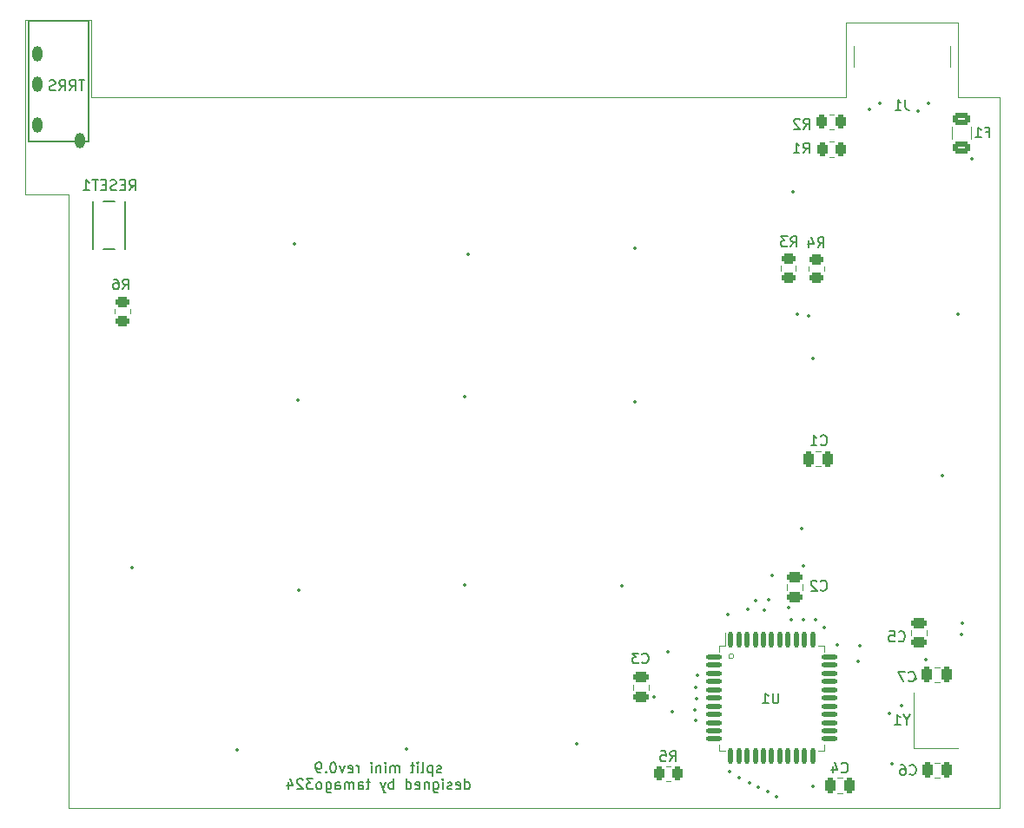
<source format=gbr>
%TF.GenerationSoftware,KiCad,Pcbnew,(6.0.6)*%
%TF.CreationDate,2022-12-14T08:05:18+09:00*%
%TF.ProjectId,split-mini__right,73706c69-742d-46d6-996e-695f5f726967,rev?*%
%TF.SameCoordinates,Original*%
%TF.FileFunction,Legend,Bot*%
%TF.FilePolarity,Positive*%
%FSLAX46Y46*%
G04 Gerber Fmt 4.6, Leading zero omitted, Abs format (unit mm)*
G04 Created by KiCad (PCBNEW (6.0.6)) date 2022-12-14 08:05:18*
%MOMM*%
%LPD*%
G01*
G04 APERTURE LIST*
G04 Aperture macros list*
%AMRoundRect*
0 Rectangle with rounded corners*
0 $1 Rounding radius*
0 $2 $3 $4 $5 $6 $7 $8 $9 X,Y pos of 4 corners*
0 Add a 4 corners polygon primitive as box body*
4,1,4,$2,$3,$4,$5,$6,$7,$8,$9,$2,$3,0*
0 Add four circle primitives for the rounded corners*
1,1,$1+$1,$2,$3*
1,1,$1+$1,$4,$5*
1,1,$1+$1,$6,$7*
1,1,$1+$1,$8,$9*
0 Add four rect primitives between the rounded corners*
20,1,$1+$1,$2,$3,$4,$5,0*
20,1,$1+$1,$4,$5,$6,$7,0*
20,1,$1+$1,$6,$7,$8,$9,0*
20,1,$1+$1,$8,$9,$2,$3,0*%
G04 Aperture macros list end*
%ADD10C,0.100000*%
%TA.AperFunction,Profile*%
%ADD11C,0.100000*%
%TD*%
%ADD12C,0.200000*%
%ADD13C,0.150000*%
%ADD14C,0.120000*%
%ADD15C,0.350000*%
%ADD16O,0.600000X1.400000*%
%ADD17O,0.600000X1.700000*%
%ADD18O,1.000000X1.500000*%
%ADD19C,1.900000*%
%ADD20C,4.100000*%
%ADD21C,3.000000*%
%ADD22R,2.550000X2.500000*%
%ADD23C,0.650000*%
%ADD24R,0.580000X1.400000*%
%ADD25R,0.280000X1.400000*%
%ADD26O,1.000000X1.800000*%
%ADD27O,1.000000X2.100000*%
%ADD28RoundRect,0.137500X-0.137500X0.600000X-0.137500X-0.600000X0.137500X-0.600000X0.137500X0.600000X0*%
%ADD29RoundRect,0.137500X-0.600000X0.137500X-0.600000X-0.137500X0.600000X-0.137500X0.600000X0.137500X0*%
%ADD30RoundRect,0.250000X-0.625000X0.375000X-0.625000X-0.375000X0.625000X-0.375000X0.625000X0.375000X0*%
%ADD31RoundRect,0.250000X0.262500X0.450000X-0.262500X0.450000X-0.262500X-0.450000X0.262500X-0.450000X0*%
%ADD32RoundRect,0.250000X-0.475000X0.250000X-0.475000X-0.250000X0.475000X-0.250000X0.475000X0.250000X0*%
%ADD33C,1.200000*%
%ADD34RoundRect,0.250000X0.250000X0.475000X-0.250000X0.475000X-0.250000X-0.475000X0.250000X-0.475000X0*%
%ADD35R,0.650000X1.050000*%
%ADD36R,1.800000X2.100000*%
%ADD37RoundRect,0.250000X-0.250000X-0.475000X0.250000X-0.475000X0.250000X0.475000X-0.250000X0.475000X0*%
%ADD38RoundRect,0.250000X0.450000X-0.262500X0.450000X0.262500X-0.450000X0.262500X-0.450000X-0.262500X0*%
%ADD39RoundRect,0.250000X-0.450000X0.262500X-0.450000X-0.262500X0.450000X-0.262500X0.450000X0.262500X0*%
G04 APERTURE END LIST*
D10*
X88696982Y-80950000D02*
G75*
G03*
X88696982Y-80950000I-246982J0D01*
G01*
D11*
X26100000Y-26400000D02*
X26100000Y-18900000D01*
X19600000Y-18900000D02*
X19600000Y-35900000D01*
X23825000Y-95725000D02*
X114600000Y-95725000D01*
X114600000Y-26400000D02*
X110600000Y-26400000D01*
X99600000Y-19100000D02*
X99600000Y-26400000D01*
X23825000Y-35900000D02*
X19600000Y-35900000D01*
X23825000Y-35900000D02*
X23825000Y-95725000D01*
X110600000Y-19100000D02*
X99600000Y-19100000D01*
X26100000Y-18900000D02*
X19600000Y-18900000D01*
X114600000Y-95725000D02*
X114600000Y-26400000D01*
X99600000Y-26400000D02*
X26100000Y-26400000D01*
X110600000Y-26400000D02*
X110600000Y-19100000D01*
D12*
X60179047Y-92249761D02*
X60083809Y-92297380D01*
X59893333Y-92297380D01*
X59798095Y-92249761D01*
X59750476Y-92154523D01*
X59750476Y-92106904D01*
X59798095Y-92011666D01*
X59893333Y-91964047D01*
X60036190Y-91964047D01*
X60131428Y-91916428D01*
X60179047Y-91821190D01*
X60179047Y-91773571D01*
X60131428Y-91678333D01*
X60036190Y-91630714D01*
X59893333Y-91630714D01*
X59798095Y-91678333D01*
X59321904Y-91630714D02*
X59321904Y-92630714D01*
X59321904Y-91678333D02*
X59226666Y-91630714D01*
X59036190Y-91630714D01*
X58940952Y-91678333D01*
X58893333Y-91725952D01*
X58845714Y-91821190D01*
X58845714Y-92106904D01*
X58893333Y-92202142D01*
X58940952Y-92249761D01*
X59036190Y-92297380D01*
X59226666Y-92297380D01*
X59321904Y-92249761D01*
X58274285Y-92297380D02*
X58369523Y-92249761D01*
X58417142Y-92154523D01*
X58417142Y-91297380D01*
X57893333Y-92297380D02*
X57893333Y-91630714D01*
X57893333Y-91297380D02*
X57940952Y-91345000D01*
X57893333Y-91392619D01*
X57845714Y-91345000D01*
X57893333Y-91297380D01*
X57893333Y-91392619D01*
X57560000Y-91630714D02*
X57179047Y-91630714D01*
X57417142Y-91297380D02*
X57417142Y-92154523D01*
X57369523Y-92249761D01*
X57274285Y-92297380D01*
X57179047Y-92297380D01*
X56083809Y-92297380D02*
X56083809Y-91630714D01*
X56083809Y-91725952D02*
X56036190Y-91678333D01*
X55940952Y-91630714D01*
X55798095Y-91630714D01*
X55702857Y-91678333D01*
X55655238Y-91773571D01*
X55655238Y-92297380D01*
X55655238Y-91773571D02*
X55607619Y-91678333D01*
X55512380Y-91630714D01*
X55369523Y-91630714D01*
X55274285Y-91678333D01*
X55226666Y-91773571D01*
X55226666Y-92297380D01*
X54750476Y-92297380D02*
X54750476Y-91630714D01*
X54750476Y-91297380D02*
X54798095Y-91345000D01*
X54750476Y-91392619D01*
X54702857Y-91345000D01*
X54750476Y-91297380D01*
X54750476Y-91392619D01*
X54274285Y-91630714D02*
X54274285Y-92297380D01*
X54274285Y-91725952D02*
X54226666Y-91678333D01*
X54131428Y-91630714D01*
X53988571Y-91630714D01*
X53893333Y-91678333D01*
X53845714Y-91773571D01*
X53845714Y-92297380D01*
X53369523Y-92297380D02*
X53369523Y-91630714D01*
X53369523Y-91297380D02*
X53417142Y-91345000D01*
X53369523Y-91392619D01*
X53321904Y-91345000D01*
X53369523Y-91297380D01*
X53369523Y-91392619D01*
X52131428Y-92297380D02*
X52131428Y-91630714D01*
X52131428Y-91821190D02*
X52083809Y-91725952D01*
X52036190Y-91678333D01*
X51940952Y-91630714D01*
X51845714Y-91630714D01*
X51131428Y-92249761D02*
X51226666Y-92297380D01*
X51417142Y-92297380D01*
X51512380Y-92249761D01*
X51560000Y-92154523D01*
X51560000Y-91773571D01*
X51512380Y-91678333D01*
X51417142Y-91630714D01*
X51226666Y-91630714D01*
X51131428Y-91678333D01*
X51083809Y-91773571D01*
X51083809Y-91868809D01*
X51560000Y-91964047D01*
X50750476Y-91630714D02*
X50512380Y-92297380D01*
X50274285Y-91630714D01*
X49702857Y-91297380D02*
X49607619Y-91297380D01*
X49512380Y-91345000D01*
X49464761Y-91392619D01*
X49417142Y-91487857D01*
X49369523Y-91678333D01*
X49369523Y-91916428D01*
X49417142Y-92106904D01*
X49464761Y-92202142D01*
X49512380Y-92249761D01*
X49607619Y-92297380D01*
X49702857Y-92297380D01*
X49798095Y-92249761D01*
X49845714Y-92202142D01*
X49893333Y-92106904D01*
X49940952Y-91916428D01*
X49940952Y-91678333D01*
X49893333Y-91487857D01*
X49845714Y-91392619D01*
X49798095Y-91345000D01*
X49702857Y-91297380D01*
X48940952Y-92202142D02*
X48893333Y-92249761D01*
X48940952Y-92297380D01*
X48988571Y-92249761D01*
X48940952Y-92202142D01*
X48940952Y-92297380D01*
X48417142Y-92297380D02*
X48226666Y-92297380D01*
X48131428Y-92249761D01*
X48083809Y-92202142D01*
X47988571Y-92059285D01*
X47940952Y-91868809D01*
X47940952Y-91487857D01*
X47988571Y-91392619D01*
X48036190Y-91345000D01*
X48131428Y-91297380D01*
X48321904Y-91297380D01*
X48417142Y-91345000D01*
X48464761Y-91392619D01*
X48512380Y-91487857D01*
X48512380Y-91725952D01*
X48464761Y-91821190D01*
X48417142Y-91868809D01*
X48321904Y-91916428D01*
X48131428Y-91916428D01*
X48036190Y-91868809D01*
X47988571Y-91821190D01*
X47940952Y-91725952D01*
X62488571Y-93907380D02*
X62488571Y-92907380D01*
X62488571Y-93859761D02*
X62583809Y-93907380D01*
X62774285Y-93907380D01*
X62869523Y-93859761D01*
X62917142Y-93812142D01*
X62964761Y-93716904D01*
X62964761Y-93431190D01*
X62917142Y-93335952D01*
X62869523Y-93288333D01*
X62774285Y-93240714D01*
X62583809Y-93240714D01*
X62488571Y-93288333D01*
X61631428Y-93859761D02*
X61726666Y-93907380D01*
X61917142Y-93907380D01*
X62012380Y-93859761D01*
X62060000Y-93764523D01*
X62060000Y-93383571D01*
X62012380Y-93288333D01*
X61917142Y-93240714D01*
X61726666Y-93240714D01*
X61631428Y-93288333D01*
X61583809Y-93383571D01*
X61583809Y-93478809D01*
X62060000Y-93574047D01*
X61202857Y-93859761D02*
X61107619Y-93907380D01*
X60917142Y-93907380D01*
X60821904Y-93859761D01*
X60774285Y-93764523D01*
X60774285Y-93716904D01*
X60821904Y-93621666D01*
X60917142Y-93574047D01*
X61060000Y-93574047D01*
X61155238Y-93526428D01*
X61202857Y-93431190D01*
X61202857Y-93383571D01*
X61155238Y-93288333D01*
X61060000Y-93240714D01*
X60917142Y-93240714D01*
X60821904Y-93288333D01*
X60345714Y-93907380D02*
X60345714Y-93240714D01*
X60345714Y-92907380D02*
X60393333Y-92955000D01*
X60345714Y-93002619D01*
X60298095Y-92955000D01*
X60345714Y-92907380D01*
X60345714Y-93002619D01*
X59440952Y-93240714D02*
X59440952Y-94050238D01*
X59488571Y-94145476D01*
X59536190Y-94193095D01*
X59631428Y-94240714D01*
X59774285Y-94240714D01*
X59869523Y-94193095D01*
X59440952Y-93859761D02*
X59536190Y-93907380D01*
X59726666Y-93907380D01*
X59821904Y-93859761D01*
X59869523Y-93812142D01*
X59917142Y-93716904D01*
X59917142Y-93431190D01*
X59869523Y-93335952D01*
X59821904Y-93288333D01*
X59726666Y-93240714D01*
X59536190Y-93240714D01*
X59440952Y-93288333D01*
X58964761Y-93240714D02*
X58964761Y-93907380D01*
X58964761Y-93335952D02*
X58917142Y-93288333D01*
X58821904Y-93240714D01*
X58679047Y-93240714D01*
X58583809Y-93288333D01*
X58536190Y-93383571D01*
X58536190Y-93907380D01*
X57679047Y-93859761D02*
X57774285Y-93907380D01*
X57964761Y-93907380D01*
X58060000Y-93859761D01*
X58107619Y-93764523D01*
X58107619Y-93383571D01*
X58060000Y-93288333D01*
X57964761Y-93240714D01*
X57774285Y-93240714D01*
X57679047Y-93288333D01*
X57631428Y-93383571D01*
X57631428Y-93478809D01*
X58107619Y-93574047D01*
X56774285Y-93907380D02*
X56774285Y-92907380D01*
X56774285Y-93859761D02*
X56869523Y-93907380D01*
X57060000Y-93907380D01*
X57155238Y-93859761D01*
X57202857Y-93812142D01*
X57250476Y-93716904D01*
X57250476Y-93431190D01*
X57202857Y-93335952D01*
X57155238Y-93288333D01*
X57060000Y-93240714D01*
X56869523Y-93240714D01*
X56774285Y-93288333D01*
X55536190Y-93907380D02*
X55536190Y-92907380D01*
X55536190Y-93288333D02*
X55440952Y-93240714D01*
X55250476Y-93240714D01*
X55155238Y-93288333D01*
X55107619Y-93335952D01*
X55060000Y-93431190D01*
X55060000Y-93716904D01*
X55107619Y-93812142D01*
X55155238Y-93859761D01*
X55250476Y-93907380D01*
X55440952Y-93907380D01*
X55536190Y-93859761D01*
X54726666Y-93240714D02*
X54488571Y-93907380D01*
X54250476Y-93240714D02*
X54488571Y-93907380D01*
X54583809Y-94145476D01*
X54631428Y-94193095D01*
X54726666Y-94240714D01*
X53250476Y-93240714D02*
X52869523Y-93240714D01*
X53107619Y-92907380D02*
X53107619Y-93764523D01*
X53060000Y-93859761D01*
X52964761Y-93907380D01*
X52869523Y-93907380D01*
X52107619Y-93907380D02*
X52107619Y-93383571D01*
X52155238Y-93288333D01*
X52250476Y-93240714D01*
X52440952Y-93240714D01*
X52536190Y-93288333D01*
X52107619Y-93859761D02*
X52202857Y-93907380D01*
X52440952Y-93907380D01*
X52536190Y-93859761D01*
X52583809Y-93764523D01*
X52583809Y-93669285D01*
X52536190Y-93574047D01*
X52440952Y-93526428D01*
X52202857Y-93526428D01*
X52107619Y-93478809D01*
X51631428Y-93907380D02*
X51631428Y-93240714D01*
X51631428Y-93335952D02*
X51583809Y-93288333D01*
X51488571Y-93240714D01*
X51345714Y-93240714D01*
X51250476Y-93288333D01*
X51202857Y-93383571D01*
X51202857Y-93907380D01*
X51202857Y-93383571D02*
X51155238Y-93288333D01*
X51060000Y-93240714D01*
X50917142Y-93240714D01*
X50821904Y-93288333D01*
X50774285Y-93383571D01*
X50774285Y-93907380D01*
X49869523Y-93907380D02*
X49869523Y-93383571D01*
X49917142Y-93288333D01*
X50012380Y-93240714D01*
X50202857Y-93240714D01*
X50298095Y-93288333D01*
X49869523Y-93859761D02*
X49964761Y-93907380D01*
X50202857Y-93907380D01*
X50298095Y-93859761D01*
X50345714Y-93764523D01*
X50345714Y-93669285D01*
X50298095Y-93574047D01*
X50202857Y-93526428D01*
X49964761Y-93526428D01*
X49869523Y-93478809D01*
X48964761Y-93240714D02*
X48964761Y-94050238D01*
X49012380Y-94145476D01*
X49060000Y-94193095D01*
X49155238Y-94240714D01*
X49298095Y-94240714D01*
X49393333Y-94193095D01*
X48964761Y-93859761D02*
X49060000Y-93907380D01*
X49250476Y-93907380D01*
X49345714Y-93859761D01*
X49393333Y-93812142D01*
X49440952Y-93716904D01*
X49440952Y-93431190D01*
X49393333Y-93335952D01*
X49345714Y-93288333D01*
X49250476Y-93240714D01*
X49060000Y-93240714D01*
X48964761Y-93288333D01*
X48345714Y-93907380D02*
X48440952Y-93859761D01*
X48488571Y-93812142D01*
X48536190Y-93716904D01*
X48536190Y-93431190D01*
X48488571Y-93335952D01*
X48440952Y-93288333D01*
X48345714Y-93240714D01*
X48202857Y-93240714D01*
X48107619Y-93288333D01*
X48060000Y-93335952D01*
X48012380Y-93431190D01*
X48012380Y-93716904D01*
X48060000Y-93812142D01*
X48107619Y-93859761D01*
X48202857Y-93907380D01*
X48345714Y-93907380D01*
X47679047Y-92907380D02*
X47060000Y-92907380D01*
X47393333Y-93288333D01*
X47250476Y-93288333D01*
X47155238Y-93335952D01*
X47107619Y-93383571D01*
X47060000Y-93478809D01*
X47060000Y-93716904D01*
X47107619Y-93812142D01*
X47155238Y-93859761D01*
X47250476Y-93907380D01*
X47536190Y-93907380D01*
X47631428Y-93859761D01*
X47679047Y-93812142D01*
X46679047Y-93002619D02*
X46631428Y-92955000D01*
X46536190Y-92907380D01*
X46298095Y-92907380D01*
X46202857Y-92955000D01*
X46155238Y-93002619D01*
X46107619Y-93097857D01*
X46107619Y-93193095D01*
X46155238Y-93335952D01*
X46726666Y-93907380D01*
X46107619Y-93907380D01*
X45250476Y-93240714D02*
X45250476Y-93907380D01*
X45488571Y-92859761D02*
X45726666Y-93574047D01*
X45107619Y-93574047D01*
D13*
%TO.C,J1*%
X105433333Y-26637380D02*
X105433333Y-27351666D01*
X105480952Y-27494523D01*
X105576190Y-27589761D01*
X105719047Y-27637380D01*
X105814285Y-27637380D01*
X104433333Y-27637380D02*
X105004761Y-27637380D01*
X104719047Y-27637380D02*
X104719047Y-26637380D01*
X104814285Y-26780238D01*
X104909523Y-26875476D01*
X105004761Y-26923095D01*
%TO.C,U1*%
X93071904Y-84547380D02*
X93071904Y-85356904D01*
X93024285Y-85452142D01*
X92976666Y-85499761D01*
X92881428Y-85547380D01*
X92690952Y-85547380D01*
X92595714Y-85499761D01*
X92548095Y-85452142D01*
X92500476Y-85356904D01*
X92500476Y-84547380D01*
X91500476Y-85547380D02*
X92071904Y-85547380D01*
X91786190Y-85547380D02*
X91786190Y-84547380D01*
X91881428Y-84690238D01*
X91976666Y-84785476D01*
X92071904Y-84833095D01*
%TO.C,F1*%
X113298333Y-29808571D02*
X113631666Y-29808571D01*
X113631666Y-30332380D02*
X113631666Y-29332380D01*
X113155476Y-29332380D01*
X112250714Y-30332380D02*
X112822142Y-30332380D01*
X112536428Y-30332380D02*
X112536428Y-29332380D01*
X112631666Y-29475238D01*
X112726904Y-29570476D01*
X112822142Y-29618095D01*
%TO.C,R5*%
X82486666Y-91187380D02*
X82820000Y-90711190D01*
X83058095Y-91187380D02*
X83058095Y-90187380D01*
X82677142Y-90187380D01*
X82581904Y-90235000D01*
X82534285Y-90282619D01*
X82486666Y-90377857D01*
X82486666Y-90520714D01*
X82534285Y-90615952D01*
X82581904Y-90663571D01*
X82677142Y-90711190D01*
X83058095Y-90711190D01*
X81581904Y-90187380D02*
X82058095Y-90187380D01*
X82105714Y-90663571D01*
X82058095Y-90615952D01*
X81962857Y-90568333D01*
X81724761Y-90568333D01*
X81629523Y-90615952D01*
X81581904Y-90663571D01*
X81534285Y-90758809D01*
X81534285Y-90996904D01*
X81581904Y-91092142D01*
X81629523Y-91139761D01*
X81724761Y-91187380D01*
X81962857Y-91187380D01*
X82058095Y-91139761D01*
X82105714Y-91092142D01*
%TO.C,R1*%
X95469166Y-31862380D02*
X95802500Y-31386190D01*
X96040595Y-31862380D02*
X96040595Y-30862380D01*
X95659642Y-30862380D01*
X95564404Y-30910000D01*
X95516785Y-30957619D01*
X95469166Y-31052857D01*
X95469166Y-31195714D01*
X95516785Y-31290952D01*
X95564404Y-31338571D01*
X95659642Y-31386190D01*
X96040595Y-31386190D01*
X94516785Y-31862380D02*
X95088214Y-31862380D01*
X94802500Y-31862380D02*
X94802500Y-30862380D01*
X94897738Y-31005238D01*
X94992976Y-31100476D01*
X95088214Y-31148095D01*
%TO.C,C5*%
X104766666Y-79407142D02*
X104814285Y-79454761D01*
X104957142Y-79502380D01*
X105052380Y-79502380D01*
X105195238Y-79454761D01*
X105290476Y-79359523D01*
X105338095Y-79264285D01*
X105385714Y-79073809D01*
X105385714Y-78930952D01*
X105338095Y-78740476D01*
X105290476Y-78645238D01*
X105195238Y-78550000D01*
X105052380Y-78502380D01*
X104957142Y-78502380D01*
X104814285Y-78550000D01*
X104766666Y-78597619D01*
X103861904Y-78502380D02*
X104338095Y-78502380D01*
X104385714Y-78978571D01*
X104338095Y-78930952D01*
X104242857Y-78883333D01*
X104004761Y-78883333D01*
X103909523Y-78930952D01*
X103861904Y-78978571D01*
X103814285Y-79073809D01*
X103814285Y-79311904D01*
X103861904Y-79407142D01*
X103909523Y-79454761D01*
X104004761Y-79502380D01*
X104242857Y-79502380D01*
X104338095Y-79454761D01*
X104385714Y-79407142D01*
%TO.C,J2*%
X25411904Y-24752380D02*
X24840476Y-24752380D01*
X25126190Y-25752380D02*
X25126190Y-24752380D01*
X23935714Y-25752380D02*
X24269047Y-25276190D01*
X24507142Y-25752380D02*
X24507142Y-24752380D01*
X24126190Y-24752380D01*
X24030952Y-24800000D01*
X23983333Y-24847619D01*
X23935714Y-24942857D01*
X23935714Y-25085714D01*
X23983333Y-25180952D01*
X24030952Y-25228571D01*
X24126190Y-25276190D01*
X24507142Y-25276190D01*
X22935714Y-25752380D02*
X23269047Y-25276190D01*
X23507142Y-25752380D02*
X23507142Y-24752380D01*
X23126190Y-24752380D01*
X23030952Y-24800000D01*
X22983333Y-24847619D01*
X22935714Y-24942857D01*
X22935714Y-25085714D01*
X22983333Y-25180952D01*
X23030952Y-25228571D01*
X23126190Y-25276190D01*
X23507142Y-25276190D01*
X22554761Y-25704761D02*
X22411904Y-25752380D01*
X22173809Y-25752380D01*
X22078571Y-25704761D01*
X22030952Y-25657142D01*
X21983333Y-25561904D01*
X21983333Y-25466666D01*
X22030952Y-25371428D01*
X22078571Y-25323809D01*
X22173809Y-25276190D01*
X22364285Y-25228571D01*
X22459523Y-25180952D01*
X22507142Y-25133333D01*
X22554761Y-25038095D01*
X22554761Y-24942857D01*
X22507142Y-24847619D01*
X22459523Y-24800000D01*
X22364285Y-24752380D01*
X22126190Y-24752380D01*
X21983333Y-24800000D01*
%TO.C,C7*%
X105756666Y-83337142D02*
X105804285Y-83384761D01*
X105947142Y-83432380D01*
X106042380Y-83432380D01*
X106185238Y-83384761D01*
X106280476Y-83289523D01*
X106328095Y-83194285D01*
X106375714Y-83003809D01*
X106375714Y-82860952D01*
X106328095Y-82670476D01*
X106280476Y-82575238D01*
X106185238Y-82480000D01*
X106042380Y-82432380D01*
X105947142Y-82432380D01*
X105804285Y-82480000D01*
X105756666Y-82527619D01*
X105423333Y-82432380D02*
X104756666Y-82432380D01*
X105185238Y-83432380D01*
%TO.C,R2*%
X95516666Y-29502380D02*
X95850000Y-29026190D01*
X96088095Y-29502380D02*
X96088095Y-28502380D01*
X95707142Y-28502380D01*
X95611904Y-28550000D01*
X95564285Y-28597619D01*
X95516666Y-28692857D01*
X95516666Y-28835714D01*
X95564285Y-28930952D01*
X95611904Y-28978571D01*
X95707142Y-29026190D01*
X96088095Y-29026190D01*
X95135714Y-28597619D02*
X95088095Y-28550000D01*
X94992857Y-28502380D01*
X94754761Y-28502380D01*
X94659523Y-28550000D01*
X94611904Y-28597619D01*
X94564285Y-28692857D01*
X94564285Y-28788095D01*
X94611904Y-28930952D01*
X95183333Y-29502380D01*
X94564285Y-29502380D01*
%TO.C,RESET1*%
X29778571Y-35482380D02*
X30111904Y-35006190D01*
X30350000Y-35482380D02*
X30350000Y-34482380D01*
X29969047Y-34482380D01*
X29873809Y-34530000D01*
X29826190Y-34577619D01*
X29778571Y-34672857D01*
X29778571Y-34815714D01*
X29826190Y-34910952D01*
X29873809Y-34958571D01*
X29969047Y-35006190D01*
X30350000Y-35006190D01*
X29350000Y-34958571D02*
X29016666Y-34958571D01*
X28873809Y-35482380D02*
X29350000Y-35482380D01*
X29350000Y-34482380D01*
X28873809Y-34482380D01*
X28492857Y-35434761D02*
X28350000Y-35482380D01*
X28111904Y-35482380D01*
X28016666Y-35434761D01*
X27969047Y-35387142D01*
X27921428Y-35291904D01*
X27921428Y-35196666D01*
X27969047Y-35101428D01*
X28016666Y-35053809D01*
X28111904Y-35006190D01*
X28302380Y-34958571D01*
X28397619Y-34910952D01*
X28445238Y-34863333D01*
X28492857Y-34768095D01*
X28492857Y-34672857D01*
X28445238Y-34577619D01*
X28397619Y-34530000D01*
X28302380Y-34482380D01*
X28064285Y-34482380D01*
X27921428Y-34530000D01*
X27492857Y-34958571D02*
X27159523Y-34958571D01*
X27016666Y-35482380D02*
X27492857Y-35482380D01*
X27492857Y-34482380D01*
X27016666Y-34482380D01*
X26730952Y-34482380D02*
X26159523Y-34482380D01*
X26445238Y-35482380D02*
X26445238Y-34482380D01*
X25302380Y-35482380D02*
X25873809Y-35482380D01*
X25588095Y-35482380D02*
X25588095Y-34482380D01*
X25683333Y-34625238D01*
X25778571Y-34720476D01*
X25873809Y-34768095D01*
%TO.C,Y1*%
X105566190Y-87116190D02*
X105566190Y-87592380D01*
X105899523Y-86592380D02*
X105566190Y-87116190D01*
X105232857Y-86592380D01*
X104375714Y-87592380D02*
X104947142Y-87592380D01*
X104661428Y-87592380D02*
X104661428Y-86592380D01*
X104756666Y-86735238D01*
X104851904Y-86830476D01*
X104947142Y-86878095D01*
%TO.C,C4*%
X99196666Y-92222142D02*
X99244285Y-92269761D01*
X99387142Y-92317380D01*
X99482380Y-92317380D01*
X99625238Y-92269761D01*
X99720476Y-92174523D01*
X99768095Y-92079285D01*
X99815714Y-91888809D01*
X99815714Y-91745952D01*
X99768095Y-91555476D01*
X99720476Y-91460238D01*
X99625238Y-91365000D01*
X99482380Y-91317380D01*
X99387142Y-91317380D01*
X99244285Y-91365000D01*
X99196666Y-91412619D01*
X98339523Y-91650714D02*
X98339523Y-92317380D01*
X98577619Y-91269761D02*
X98815714Y-91984047D01*
X98196666Y-91984047D01*
%TO.C,C2*%
X97166666Y-74457142D02*
X97214285Y-74504761D01*
X97357142Y-74552380D01*
X97452380Y-74552380D01*
X97595238Y-74504761D01*
X97690476Y-74409523D01*
X97738095Y-74314285D01*
X97785714Y-74123809D01*
X97785714Y-73980952D01*
X97738095Y-73790476D01*
X97690476Y-73695238D01*
X97595238Y-73600000D01*
X97452380Y-73552380D01*
X97357142Y-73552380D01*
X97214285Y-73600000D01*
X97166666Y-73647619D01*
X96785714Y-73647619D02*
X96738095Y-73600000D01*
X96642857Y-73552380D01*
X96404761Y-73552380D01*
X96309523Y-73600000D01*
X96261904Y-73647619D01*
X96214285Y-73742857D01*
X96214285Y-73838095D01*
X96261904Y-73980952D01*
X96833333Y-74552380D01*
X96214285Y-74552380D01*
%TO.C,R6*%
X29126666Y-45152380D02*
X29460000Y-44676190D01*
X29698095Y-45152380D02*
X29698095Y-44152380D01*
X29317142Y-44152380D01*
X29221904Y-44200000D01*
X29174285Y-44247619D01*
X29126666Y-44342857D01*
X29126666Y-44485714D01*
X29174285Y-44580952D01*
X29221904Y-44628571D01*
X29317142Y-44676190D01*
X29698095Y-44676190D01*
X28269523Y-44152380D02*
X28460000Y-44152380D01*
X28555238Y-44200000D01*
X28602857Y-44247619D01*
X28698095Y-44390476D01*
X28745714Y-44580952D01*
X28745714Y-44961904D01*
X28698095Y-45057142D01*
X28650476Y-45104761D01*
X28555238Y-45152380D01*
X28364761Y-45152380D01*
X28269523Y-45104761D01*
X28221904Y-45057142D01*
X28174285Y-44961904D01*
X28174285Y-44723809D01*
X28221904Y-44628571D01*
X28269523Y-44580952D01*
X28364761Y-44533333D01*
X28555238Y-44533333D01*
X28650476Y-44580952D01*
X28698095Y-44628571D01*
X28745714Y-44723809D01*
%TO.C,C6*%
X105846666Y-92437142D02*
X105894285Y-92484761D01*
X106037142Y-92532380D01*
X106132380Y-92532380D01*
X106275238Y-92484761D01*
X106370476Y-92389523D01*
X106418095Y-92294285D01*
X106465714Y-92103809D01*
X106465714Y-91960952D01*
X106418095Y-91770476D01*
X106370476Y-91675238D01*
X106275238Y-91580000D01*
X106132380Y-91532380D01*
X106037142Y-91532380D01*
X105894285Y-91580000D01*
X105846666Y-91627619D01*
X104989523Y-91532380D02*
X105180000Y-91532380D01*
X105275238Y-91580000D01*
X105322857Y-91627619D01*
X105418095Y-91770476D01*
X105465714Y-91960952D01*
X105465714Y-92341904D01*
X105418095Y-92437142D01*
X105370476Y-92484761D01*
X105275238Y-92532380D01*
X105084761Y-92532380D01*
X104989523Y-92484761D01*
X104941904Y-92437142D01*
X104894285Y-92341904D01*
X104894285Y-92103809D01*
X104941904Y-92008571D01*
X104989523Y-91960952D01*
X105084761Y-91913333D01*
X105275238Y-91913333D01*
X105370476Y-91960952D01*
X105418095Y-92008571D01*
X105465714Y-92103809D01*
%TO.C,R4*%
X96886666Y-41074880D02*
X97220000Y-40598690D01*
X97458095Y-41074880D02*
X97458095Y-40074880D01*
X97077142Y-40074880D01*
X96981904Y-40122500D01*
X96934285Y-40170119D01*
X96886666Y-40265357D01*
X96886666Y-40408214D01*
X96934285Y-40503452D01*
X96981904Y-40551071D01*
X97077142Y-40598690D01*
X97458095Y-40598690D01*
X96029523Y-40408214D02*
X96029523Y-41074880D01*
X96267619Y-40027261D02*
X96505714Y-40741547D01*
X95886666Y-40741547D01*
%TO.C,R3*%
X94256666Y-40994880D02*
X94590000Y-40518690D01*
X94828095Y-40994880D02*
X94828095Y-39994880D01*
X94447142Y-39994880D01*
X94351904Y-40042500D01*
X94304285Y-40090119D01*
X94256666Y-40185357D01*
X94256666Y-40328214D01*
X94304285Y-40423452D01*
X94351904Y-40471071D01*
X94447142Y-40518690D01*
X94828095Y-40518690D01*
X93923333Y-39994880D02*
X93304285Y-39994880D01*
X93637619Y-40375833D01*
X93494761Y-40375833D01*
X93399523Y-40423452D01*
X93351904Y-40471071D01*
X93304285Y-40566309D01*
X93304285Y-40804404D01*
X93351904Y-40899642D01*
X93399523Y-40947261D01*
X93494761Y-40994880D01*
X93780476Y-40994880D01*
X93875714Y-40947261D01*
X93923333Y-40899642D01*
%TO.C,C3*%
X79766666Y-81557142D02*
X79814285Y-81604761D01*
X79957142Y-81652380D01*
X80052380Y-81652380D01*
X80195238Y-81604761D01*
X80290476Y-81509523D01*
X80338095Y-81414285D01*
X80385714Y-81223809D01*
X80385714Y-81080952D01*
X80338095Y-80890476D01*
X80290476Y-80795238D01*
X80195238Y-80700000D01*
X80052380Y-80652380D01*
X79957142Y-80652380D01*
X79814285Y-80700000D01*
X79766666Y-80747619D01*
X79433333Y-80652380D02*
X78814285Y-80652380D01*
X79147619Y-81033333D01*
X79004761Y-81033333D01*
X78909523Y-81080952D01*
X78861904Y-81128571D01*
X78814285Y-81223809D01*
X78814285Y-81461904D01*
X78861904Y-81557142D01*
X78909523Y-81604761D01*
X79004761Y-81652380D01*
X79290476Y-81652380D01*
X79385714Y-81604761D01*
X79433333Y-81557142D01*
%TO.C,C1*%
X97176666Y-60287142D02*
X97224285Y-60334761D01*
X97367142Y-60382380D01*
X97462380Y-60382380D01*
X97605238Y-60334761D01*
X97700476Y-60239523D01*
X97748095Y-60144285D01*
X97795714Y-59953809D01*
X97795714Y-59810952D01*
X97748095Y-59620476D01*
X97700476Y-59525238D01*
X97605238Y-59430000D01*
X97462380Y-59382380D01*
X97367142Y-59382380D01*
X97224285Y-59430000D01*
X97176666Y-59477619D01*
X96224285Y-60382380D02*
X96795714Y-60382380D01*
X96510000Y-60382380D02*
X96510000Y-59382380D01*
X96605238Y-59525238D01*
X96700476Y-59620476D01*
X96795714Y-59668095D01*
D14*
%TO.C,J1*%
X109800000Y-23440000D02*
X109800000Y-21440000D01*
X100400000Y-23440000D02*
X100400000Y-21440000D01*
%TO.C,U1*%
X87855000Y-79905000D02*
X87855000Y-78615000D01*
X87280000Y-80480000D02*
X87280000Y-79905000D01*
X97500000Y-79905000D02*
X96925000Y-79905000D01*
X97500000Y-90125000D02*
X96925000Y-90125000D01*
X97500000Y-89550000D02*
X97500000Y-90125000D01*
X87280000Y-90125000D02*
X87855000Y-90125000D01*
X87280000Y-79905000D02*
X87855000Y-79905000D01*
X87280000Y-89550000D02*
X87280000Y-90125000D01*
X97500000Y-80480000D02*
X97500000Y-79905000D01*
%TO.C,F1*%
X111810000Y-29297936D02*
X111810000Y-30502064D01*
X109990000Y-29297936D02*
X109990000Y-30502064D01*
%TO.C,R5*%
X82547064Y-93120000D02*
X82092936Y-93120000D01*
X82547064Y-91650000D02*
X82092936Y-91650000D01*
%TO.C,R1*%
X98464564Y-32235000D02*
X98010436Y-32235000D01*
X98464564Y-30765000D02*
X98010436Y-30765000D01*
%TO.C,C5*%
X106015000Y-78388748D02*
X106015000Y-78911252D01*
X107485000Y-78388748D02*
X107485000Y-78911252D01*
D13*
%TO.C,J2*%
X20000000Y-30750000D02*
X25800000Y-30750000D01*
X20000000Y-19000000D02*
X20000000Y-30750000D01*
X25800000Y-30750000D02*
X25800000Y-19000000D01*
X25800000Y-19000000D02*
X20000000Y-19000000D01*
D14*
%TO.C,C7*%
X108761252Y-83485000D02*
X108238748Y-83485000D01*
X108761252Y-82015000D02*
X108238748Y-82015000D01*
%TO.C,R2*%
X98444564Y-29545000D02*
X97990436Y-29545000D01*
X98444564Y-28075000D02*
X97990436Y-28075000D01*
D13*
%TO.C,RESET1*%
X26200000Y-36600000D02*
X26200000Y-41200000D01*
X29400000Y-41200000D02*
X29400000Y-36600000D01*
X27250000Y-41200000D02*
X28350000Y-41200000D01*
X28350000Y-36600000D02*
X27250000Y-36600000D01*
D14*
%TO.C,Y1*%
X110600000Y-89900000D02*
X106200000Y-89900000D01*
X106200000Y-89900000D02*
X106200000Y-84500000D01*
%TO.C,C4*%
X98788748Y-92830000D02*
X99311252Y-92830000D01*
X98788748Y-94300000D02*
X99311252Y-94300000D01*
%TO.C,C2*%
X93915000Y-73938748D02*
X93915000Y-74461252D01*
X95385000Y-73938748D02*
X95385000Y-74461252D01*
%TO.C,R6*%
X28365000Y-47527064D02*
X28365000Y-47072936D01*
X29835000Y-47527064D02*
X29835000Y-47072936D01*
%TO.C,C6*%
X108811252Y-91315000D02*
X108288748Y-91315000D01*
X108811252Y-92785000D02*
X108288748Y-92785000D01*
%TO.C,R4*%
X97485000Y-42885436D02*
X97485000Y-43339564D01*
X96015000Y-42885436D02*
X96015000Y-43339564D01*
%TO.C,R3*%
X94755000Y-42875436D02*
X94755000Y-43329564D01*
X93285000Y-42875436D02*
X93285000Y-43329564D01*
%TO.C,C3*%
X78915000Y-83688748D02*
X78915000Y-84211252D01*
X80385000Y-83688748D02*
X80385000Y-84211252D01*
%TO.C,C1*%
X96688748Y-62435000D02*
X97211252Y-62435000D01*
X96688748Y-60965000D02*
X97211252Y-60965000D01*
%TD*%
D15*
X104140000Y-91440000D03*
X91984939Y-94175500D03*
X96425000Y-93625000D03*
X100830025Y-81430025D03*
X82275500Y-80475000D03*
X30000000Y-72300000D03*
X88300000Y-92200000D03*
X89200000Y-92825500D03*
X90200000Y-93275500D03*
X91092470Y-93725500D03*
X92871416Y-94637195D03*
X73400000Y-89500000D03*
X56800000Y-90000000D03*
X40300000Y-90100000D03*
X46300000Y-74500000D03*
X62500000Y-74000000D03*
X77825000Y-74075000D03*
X85000000Y-87200000D03*
X84900000Y-86200000D03*
X85100000Y-85100000D03*
X79100000Y-56100000D03*
X62500000Y-55600000D03*
X46200000Y-56000000D03*
X85000000Y-84000000D03*
X85200000Y-82800000D03*
X88100000Y-76900000D03*
X92099312Y-75450688D03*
X92450000Y-73050000D03*
X91665500Y-76417409D03*
X82700438Y-86349062D03*
X94039500Y-76200000D03*
X95500000Y-72100000D03*
X80900000Y-84900000D03*
X110900000Y-78800000D03*
X111925000Y-32400000D03*
X106450500Y-83113188D03*
X107400000Y-81249500D03*
X102900000Y-27000000D03*
X107650000Y-27000000D03*
X106700000Y-27724500D03*
X101925688Y-27625688D03*
X105025500Y-85739500D03*
X90090500Y-76350000D03*
X94900000Y-47600000D03*
X90850000Y-75550000D03*
X95975653Y-47737174D03*
X30050000Y-35150000D03*
X101012696Y-79953836D03*
X45900000Y-40700000D03*
X62800000Y-41700000D03*
X79100000Y-41100000D03*
X94450000Y-35650000D03*
X96650000Y-77350000D03*
X97500000Y-78100000D03*
X110575000Y-47575000D03*
X95450000Y-77350000D03*
X96449500Y-51900000D03*
X98750000Y-79850000D03*
X109025000Y-63325000D03*
X94305368Y-77344632D03*
X95350000Y-68450000D03*
X110962147Y-77687146D03*
X103875000Y-86539500D03*
X110180000Y-73850000D03*
X105100000Y-73850000D03*
X101290000Y-71310000D03*
X100020000Y-73850000D03*
X107640000Y-68770000D03*
X50520000Y-52400000D03*
X60680000Y-52400000D03*
X58140000Y-47320000D03*
X55600000Y-52400000D03*
X51790000Y-49860000D03*
X67020000Y-35870000D03*
X68290000Y-33330000D03*
X72100000Y-35870000D03*
X74640000Y-30790000D03*
X77180000Y-35870000D03*
X41640000Y-47320000D03*
X34020000Y-52400000D03*
X39100000Y-52400000D03*
X44180000Y-52400000D03*
X35290000Y-49860000D03*
X52380000Y-81140000D03*
X44760000Y-86220000D03*
X49840000Y-86220000D03*
X46030000Y-83680000D03*
X54920000Y-86220000D03*
X91110000Y-66270000D03*
X84760000Y-68810000D03*
X88570000Y-71350000D03*
X93650000Y-71350000D03*
X83490000Y-71350000D03*
X84760000Y-52320000D03*
X88570000Y-54860000D03*
X91110000Y-49780000D03*
X93650000Y-54860000D03*
X83490000Y-54860000D03*
X68270000Y-49840000D03*
X67000000Y-52380000D03*
X72080000Y-52380000D03*
X74620000Y-47300000D03*
X77160000Y-52380000D03*
X110190000Y-57400000D03*
X105110000Y-57400000D03*
X100030000Y-57400000D03*
X101300000Y-54860000D03*
X107650000Y-52320000D03*
X39130000Y-68950000D03*
X35320000Y-66410000D03*
X44210000Y-68950000D03*
X41670000Y-63870000D03*
X34050000Y-68950000D03*
X34040000Y-35870000D03*
X44200000Y-35870000D03*
X35310000Y-33330000D03*
X41660000Y-30790000D03*
X39120000Y-35870000D03*
X51790000Y-66360000D03*
X60680000Y-68900000D03*
X58140000Y-63820000D03*
X50520000Y-68900000D03*
X55600000Y-68900000D03*
X110210000Y-40870000D03*
X100050000Y-40870000D03*
X107670000Y-35790000D03*
X101320000Y-38330000D03*
X105130000Y-40870000D03*
X50530000Y-35870000D03*
X55610000Y-35870000D03*
X58150000Y-30790000D03*
X51800000Y-33330000D03*
X60690000Y-35870000D03*
X77180000Y-68900000D03*
X67020000Y-68900000D03*
X68290000Y-66360000D03*
X74640000Y-63820000D03*
X72100000Y-68900000D03*
X28270000Y-86200000D03*
X35890000Y-81120000D03*
X38430000Y-86200000D03*
X29540000Y-83660000D03*
X33350000Y-86200000D03*
X88600000Y-38350000D03*
X93680000Y-38350000D03*
X83520000Y-38350000D03*
X84790000Y-35810000D03*
X91140000Y-33270000D03*
X61280000Y-86210000D03*
X68900000Y-81130000D03*
X62550000Y-83670000D03*
X71440000Y-86210000D03*
X66360000Y-86210000D03*
X102210000Y-24140000D03*
X107990000Y-24140000D03*
D16*
X109420000Y-20460000D03*
D17*
X100780000Y-24640000D03*
X109420000Y-24640000D03*
D16*
X100780000Y-20460000D03*
D15*
X22900000Y-27350000D03*
X22900000Y-20350000D03*
D18*
X25000000Y-30650000D03*
X20800000Y-22150000D03*
X20800000Y-25150000D03*
X20800000Y-29150000D03*
%LPC*%
D19*
%TO.C,SW15*%
X110180000Y-73850000D03*
D20*
X105100000Y-73850000D03*
D21*
X101290000Y-71310000D03*
D19*
X100020000Y-73850000D03*
D21*
X107640000Y-68770000D03*
D22*
X98015000Y-71310000D03*
X110942000Y-68770000D03*
%TD*%
D19*
%TO.C,SW7*%
X50520000Y-52400000D03*
X60680000Y-52400000D03*
D21*
X58140000Y-47320000D03*
D20*
X55600000Y-52400000D03*
D21*
X51790000Y-49860000D03*
D22*
X48515000Y-49860000D03*
X61442000Y-47320000D03*
%TD*%
D19*
%TO.C,SW3*%
X67020000Y-35870000D03*
D21*
X68290000Y-33330000D03*
D20*
X72100000Y-35870000D03*
D21*
X74640000Y-30790000D03*
D19*
X77180000Y-35870000D03*
D22*
X65015000Y-33330000D03*
X77942000Y-30790000D03*
%TD*%
D21*
%TO.C,SW6*%
X41640000Y-47320000D03*
D19*
X34020000Y-52400000D03*
D20*
X39100000Y-52400000D03*
D19*
X44180000Y-52400000D03*
D21*
X35290000Y-49860000D03*
D22*
X32015000Y-49860000D03*
X44942000Y-47320000D03*
%TD*%
D21*
%TO.C,SW17*%
X52380000Y-81140000D03*
D19*
X44760000Y-86220000D03*
D20*
X49840000Y-86220000D03*
D21*
X46030000Y-83680000D03*
D19*
X54920000Y-86220000D03*
D22*
X42755000Y-83680000D03*
X55682000Y-81140000D03*
%TD*%
D21*
%TO.C,SW14*%
X91110000Y-66270000D03*
X84760000Y-68810000D03*
D20*
X88570000Y-71350000D03*
D19*
X93650000Y-71350000D03*
X83490000Y-71350000D03*
D22*
X81485000Y-68810000D03*
X94412000Y-66270000D03*
%TD*%
D21*
%TO.C,SW9*%
X84760000Y-52320000D03*
D20*
X88570000Y-54860000D03*
D21*
X91110000Y-49780000D03*
D19*
X93650000Y-54860000D03*
X83490000Y-54860000D03*
D22*
X81485000Y-52320000D03*
X94412000Y-49780000D03*
%TD*%
D21*
%TO.C,SW8*%
X68270000Y-49840000D03*
D19*
X67000000Y-52380000D03*
D20*
X72080000Y-52380000D03*
D21*
X74620000Y-47300000D03*
D19*
X77160000Y-52380000D03*
D22*
X64995000Y-49840000D03*
X77922000Y-47300000D03*
%TD*%
D19*
%TO.C,SW10*%
X110190000Y-57400000D03*
D20*
X105110000Y-57400000D03*
D19*
X100030000Y-57400000D03*
D21*
X101300000Y-54860000D03*
X107650000Y-52320000D03*
D22*
X98025000Y-54860000D03*
X110952000Y-52320000D03*
%TD*%
D20*
%TO.C,SW11*%
X39130000Y-68950000D03*
D21*
X35320000Y-66410000D03*
D19*
X44210000Y-68950000D03*
D21*
X41670000Y-63870000D03*
D19*
X34050000Y-68950000D03*
D22*
X32045000Y-66410000D03*
X44972000Y-63870000D03*
%TD*%
D19*
%TO.C,SW1*%
X34040000Y-35870000D03*
X44200000Y-35870000D03*
D21*
X35310000Y-33330000D03*
X41660000Y-30790000D03*
D20*
X39120000Y-35870000D03*
D22*
X32035000Y-33330000D03*
X44962000Y-30790000D03*
%TD*%
D21*
%TO.C,SW12*%
X51790000Y-66360000D03*
D19*
X60680000Y-68900000D03*
D21*
X58140000Y-63820000D03*
D19*
X50520000Y-68900000D03*
D20*
X55600000Y-68900000D03*
D22*
X48515000Y-66360000D03*
X61442000Y-63820000D03*
%TD*%
D19*
%TO.C,SW5*%
X110210000Y-40870000D03*
X100050000Y-40870000D03*
D21*
X107670000Y-35790000D03*
X101320000Y-38330000D03*
D20*
X105130000Y-40870000D03*
D22*
X98045000Y-38330000D03*
X110972000Y-35790000D03*
%TD*%
D19*
%TO.C,SW2*%
X50530000Y-35870000D03*
D20*
X55610000Y-35870000D03*
D21*
X58150000Y-30790000D03*
X51800000Y-33330000D03*
D19*
X60690000Y-35870000D03*
D22*
X48525000Y-33330000D03*
X61452000Y-30790000D03*
%TD*%
D19*
%TO.C,SW13*%
X77180000Y-68900000D03*
X67020000Y-68900000D03*
D21*
X68290000Y-66360000D03*
X74640000Y-63820000D03*
D20*
X72100000Y-68900000D03*
D22*
X65015000Y-66360000D03*
X77942000Y-63820000D03*
%TD*%
D19*
%TO.C,SW16*%
X28270000Y-86200000D03*
D21*
X35890000Y-81120000D03*
D19*
X38430000Y-86200000D03*
D21*
X29540000Y-83660000D03*
D20*
X33350000Y-86200000D03*
D22*
X26265000Y-83660000D03*
X39192000Y-81120000D03*
%TD*%
D20*
%TO.C,SW4*%
X88600000Y-38350000D03*
D19*
X93680000Y-38350000D03*
X83520000Y-38350000D03*
D21*
X84790000Y-35810000D03*
X91140000Y-33270000D03*
D22*
X81515000Y-35810000D03*
X94442000Y-33270000D03*
%TD*%
D19*
%TO.C,SW18*%
X61280000Y-86210000D03*
D21*
X68900000Y-81130000D03*
X62550000Y-83670000D03*
D19*
X71440000Y-86210000D03*
D20*
X66360000Y-86210000D03*
D22*
X59275000Y-83670000D03*
X72202000Y-81130000D03*
%TD*%
D23*
%TO.C,J1*%
X102210000Y-24140000D03*
X107990000Y-24140000D03*
D24*
X101900000Y-25340000D03*
X102700000Y-25340000D03*
D25*
X103850000Y-25340000D03*
X104850000Y-25340000D03*
X105350000Y-25340000D03*
X106350000Y-25340000D03*
D24*
X107500000Y-25340000D03*
X108300000Y-25340000D03*
X108300000Y-25340000D03*
X107500000Y-25340000D03*
D25*
X106850000Y-25340000D03*
X105850000Y-25340000D03*
X104350000Y-25340000D03*
X103350000Y-25340000D03*
D24*
X102700000Y-25340000D03*
X101900000Y-25340000D03*
D26*
X109420000Y-20460000D03*
D27*
X100780000Y-24640000D03*
X109420000Y-24640000D03*
D26*
X100780000Y-20460000D03*
%TD*%
D28*
%TO.C,U1*%
X88390000Y-79352500D03*
X89190000Y-79352500D03*
X89990000Y-79352500D03*
X90790000Y-79352500D03*
X91590000Y-79352500D03*
X92390000Y-79352500D03*
X93190000Y-79352500D03*
X93990000Y-79352500D03*
X94790000Y-79352500D03*
X95590000Y-79352500D03*
X96390000Y-79352500D03*
D29*
X98052500Y-81015000D03*
X98052500Y-81815000D03*
X98052500Y-82615000D03*
X98052500Y-83415000D03*
X98052500Y-84215000D03*
X98052500Y-85015000D03*
X98052500Y-85815000D03*
X98052500Y-86615000D03*
X98052500Y-87415000D03*
X98052500Y-88215000D03*
X98052500Y-89015000D03*
D28*
X96390000Y-90677500D03*
X95590000Y-90677500D03*
X94790000Y-90677500D03*
X93990000Y-90677500D03*
X93190000Y-90677500D03*
X92390000Y-90677500D03*
X91590000Y-90677500D03*
X90790000Y-90677500D03*
X89990000Y-90677500D03*
X89190000Y-90677500D03*
X88390000Y-90677500D03*
D29*
X86727500Y-89015000D03*
X86727500Y-88215000D03*
X86727500Y-87415000D03*
X86727500Y-86615000D03*
X86727500Y-85815000D03*
X86727500Y-85015000D03*
X86727500Y-84215000D03*
X86727500Y-83415000D03*
X86727500Y-82615000D03*
X86727500Y-81815000D03*
X86727500Y-81015000D03*
%TD*%
D30*
%TO.C,F1*%
X110900000Y-28500000D03*
X110900000Y-31300000D03*
%TD*%
D31*
%TO.C,R5*%
X83232500Y-92385000D03*
X81407500Y-92385000D03*
%TD*%
%TO.C,R1*%
X99150000Y-31500000D03*
X97325000Y-31500000D03*
%TD*%
D32*
%TO.C,C5*%
X106750000Y-77700000D03*
X106750000Y-79600000D03*
%TD*%
D33*
%TO.C,J2*%
X22900000Y-27350000D03*
X22900000Y-20350000D03*
%TD*%
D34*
%TO.C,C7*%
X109450000Y-82750000D03*
X107550000Y-82750000D03*
%TD*%
D31*
%TO.C,R2*%
X99130000Y-28810000D03*
X97305000Y-28810000D03*
%TD*%
D35*
%TO.C,RESET1*%
X26720000Y-36820000D03*
X26720000Y-40980000D03*
X28880000Y-36820000D03*
X28880000Y-40980000D03*
%TD*%
D36*
%TO.C,Y1*%
X107300000Y-88650000D03*
X107300000Y-85750000D03*
X109500000Y-85750000D03*
X109500000Y-88650000D03*
%TD*%
D37*
%TO.C,C4*%
X98100000Y-93565000D03*
X100000000Y-93565000D03*
%TD*%
D32*
%TO.C,C2*%
X94650000Y-73250000D03*
X94650000Y-75150000D03*
%TD*%
D38*
%TO.C,R6*%
X29100000Y-48212500D03*
X29100000Y-46387500D03*
%TD*%
D34*
%TO.C,C6*%
X109500000Y-92050000D03*
X107600000Y-92050000D03*
%TD*%
D39*
%TO.C,R4*%
X96750000Y-42200000D03*
X96750000Y-42200000D03*
X96750000Y-44025000D03*
%TD*%
%TO.C,R3*%
X94020000Y-42190000D03*
X94020000Y-44015000D03*
%TD*%
D32*
%TO.C,C3*%
X79650000Y-83000000D03*
X79650000Y-84900000D03*
%TD*%
D37*
%TO.C,C1*%
X96000000Y-61700000D03*
X97900000Y-61700000D03*
%TD*%
M02*

</source>
